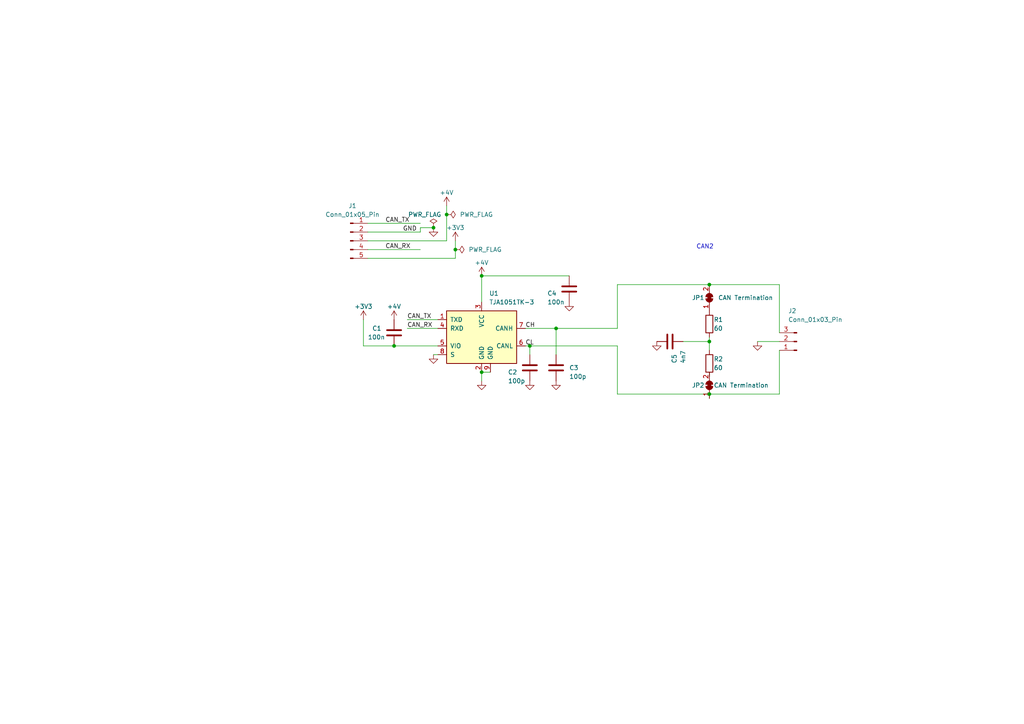
<source format=kicad_sch>
(kicad_sch (version 20230121) (generator eeschema)
  (paper "A4")
  (lib_symbols
    (symbol "Connector:Conn_01x03_Pin" (pin_names (offset 1.016) hide)
      (property "Reference" "J" (at 0 5.08 0))
      (property "Value" "Conn_01x03_Pin" (at 0 -5.08 0))
      (symbol "Conn_01x03_Pin_1_1"
        (polyline (pts (xy 1.27 -2.54) (xy 0.8636 -2.54)) (stroke (width 0.1524)))
        (polyline (pts (xy 1.27 0) (xy 0.8636 0)) (stroke (width 0.1524)))
        (polyline (pts (xy 1.27 2.54) (xy 0.8636 2.54)) (stroke (width 0.1524)))
        (rectangle (start 0.8636 -2.413) (end 0 -2.667) (stroke (width 0.1524)) (fill (type outline)))
        (rectangle (start 0.8636 0.127) (end 0 -0.127) (stroke (width 0.1524)) (fill (type outline)))
        (rectangle (start 0.8636 2.667) (end 0 2.413) (stroke (width 0.1524)) (fill (type outline)))
        (pin passive line (at 5.08 2.54 180) (length 3.81) (name "Pin_1") (number "1"))
        (pin passive line (at 5.08 0 180) (length 3.81) (name "Pin_2") (number "2"))
        (pin passive line (at 5.08 -2.54 180) (length 3.81) (name "Pin_3") (number "3"))
      )
    )
    (symbol "Connector:Conn_01x05_Pin" (pin_names (offset 1.016) hide)
      (property "Reference" "J" (at 0 7.62 0))
      (property "Value" "Conn_01x05_Pin" (at 0 -7.62 0))
      (symbol "Conn_01x05_Pin_1_1"
        (polyline (pts (xy 1.27 -5.08) (xy 0.8636 -5.08)) (stroke (width 0.1524)))
        (polyline (pts (xy 1.27 -2.54) (xy 0.8636 -2.54)) (stroke (width 0.1524)))
        (polyline (pts (xy 1.27 0) (xy 0.8636 0)) (stroke (width 0.1524)))
        (polyline (pts (xy 1.27 2.54) (xy 0.8636 2.54)) (stroke (width 0.1524)))
        (polyline (pts (xy 1.27 5.08) (xy 0.8636 5.08)) (stroke (width 0.1524)))
        (rectangle (start 0.8636 -4.953) (end 0 -5.207) (stroke (width 0.1524)) (fill (type outline)))
        (rectangle (start 0.8636 -2.413) (end 0 -2.667) (stroke (width 0.1524)) (fill (type outline)))
        (rectangle (start 0.8636 0.127) (end 0 -0.127) (stroke (width 0.1524)) (fill (type outline)))
        (rectangle (start 0.8636 2.667) (end 0 2.413) (stroke (width 0.1524)) (fill (type outline)))
        (rectangle (start 0.8636 5.207) (end 0 4.953) (stroke (width 0.1524)) (fill (type outline)))
        (pin passive line (at 5.08 5.08 180) (length 3.81) (name "Pin_1") (number "1"))
        (pin passive line (at 5.08 2.54 180) (length 3.81) (name "Pin_2") (number "2"))
        (pin passive line (at 5.08 0 180) (length 3.81) (name "Pin_3") (number "3"))
        (pin passive line (at 5.08 -2.54 180) (length 3.81) (name "Pin_4") (number "4"))
        (pin passive line (at 5.08 -5.08 180) (length 3.81) (name "Pin_5") (number "5"))
      )
    )
    (symbol "Device:C" (pin_numbers hide) (pin_names (offset 0.254))
      (property "Reference" "C" (at 0.635 2.54 0))
      (property "Value" "C" (at 0.635 -2.54 0))
      (symbol "C_0_1"
        (polyline (pts (xy -2.032 -0.762) (xy 2.032 -0.762)) (stroke (width 0.508)))
        (polyline (pts (xy -2.032 0.762) (xy 2.032 0.762)) (stroke (width 0.508)))
      )
      (symbol "C_1_1"
        (pin passive line (at 0 3.81 270) (length 2.794) (name "~") (number "1"))
        (pin passive line (at 0 -3.81 90) (length 2.794) (name "~") (number "2"))
      )
    )
    (symbol "Device:R" (pin_numbers hide) (pin_names (offset 0))
      (property "Reference" "R" (at 2.032 0 90))
      (property "Value" "R" (at 0 0 90))
      (symbol "R_0_1"
        (rectangle (start -1.016 -2.54) (end 1.016 2.54) (stroke (width 0.254)))
      )
      (symbol "R_1_1"
        (pin passive line (at 0 3.81 270) (length 1.27) (name "~") (number "1"))
        (pin passive line (at 0 -3.81 90) (length 1.27) (name "~") (number "2"))
      )
    )
    (symbol "GND_1" (power) (pin_names (offset 0))
      (property "Value" "GND_1" (at 0 -3.81 0))
      (symbol "GND_1_0_1"
        (polyline (pts (xy 0 0) (xy 0 -1.27) (xy 1.27 -1.27) (xy 0 -2.54) (xy -1.27 -1.27) (xy 0 -1.27)))
      )
      (symbol "GND_1_1_1"
        (pin power_in line (at 0 0 270) (length 0) hide (name "GND") (number "1"))
      )
    )
    (symbol "Interface_CAN_LIN:TJA1051TK-3" (pin_names (offset 1.016))
      (property "Reference" "U" (at -10.16 8.89 0))
      (property "Value" "TJA1051TK-3" (at 1.27 8.89 0))
      (symbol "TJA1051TK-3_0_1"
        (rectangle (start -10.16 7.62) (end 10.16 -7.62) (stroke (width 0.254)) (fill (type background)))
      )
      (symbol "TJA1051TK-3_1_1"
        (pin input line (at -12.7 5.08 0) (length 2.54) (name "TXD") (number "1"))
        (pin power_in line (at 0 -10.16 90) (length 2.54) (name "GND") (number "2"))
        (pin power_in line (at 0 10.16 270) (length 2.54) (name "VCC") (number "3"))
        (pin output line (at -12.7 2.54 0) (length 2.54) (name "RXD") (number "4"))
        (pin power_in line (at -12.7 -2.54 0) (length 2.54) (name "VIO") (number "5"))
        (pin bidirectional line (at 12.7 -2.54 180) (length 2.54) (name "CANL") (number "6"))
        (pin bidirectional line (at 12.7 2.54 180) (length 2.54) (name "CANH") (number "7"))
        (pin input line (at -12.7 -5.08 0) (length 2.54) (name "S") (number "8"))
        (pin power_in line (at 2.54 -10.16 90) (length 2.54) (name "GND") (number "9"))
      )
    )
    (symbol "Jumper:SolderJumper_2_Bridged" (pin_names (offset 0) hide)
      (property "Reference" "JP" (at 0 2.032 0))
      (property "Value" "SolderJumper_2_Bridged" (at 0 -2.54 0))
      (symbol "SolderJumper_2_Bridged_0_1"
        (rectangle (start -0.508 0.508) (end 0.508 -0.508) (fill (type outline)))
        (arc (start -0.254 1.016) (mid -1.2656 0) (end -0.254 -1.016))
        (arc (start -0.254 1.016) (mid -1.2656 0) (end -0.254 -1.016) (fill (type outline)))
        (polyline (pts (xy -0.254 1.016) (xy -0.254 -1.016)))
        (polyline (pts (xy 0.254 1.016) (xy 0.254 -1.016)))
        (arc (start 0.254 -1.016) (mid 1.2656 0) (end 0.254 1.016))
        (arc (start 0.254 -1.016) (mid 1.2656 0) (end 0.254 1.016) (fill (type outline)))
      )
      (symbol "SolderJumper_2_Bridged_1_1"
        (pin passive line (at -3.81 0 0) (length 2.54) (name "A") (number "1"))
        (pin passive line (at 3.81 0 180) (length 2.54) (name "B") (number "2"))
      )
    )
    (symbol "power:+3V3" (power) (pin_names (offset 0))
      (property "Value" "+3V3" (at 0 3.556 0))
      (symbol "+3V3_0_1"
        (polyline (pts (xy -0.762 1.27) (xy 0 2.54)))
        (polyline (pts (xy 0 0) (xy 0 2.54)))
        (polyline (pts (xy 0 2.54) (xy 0.762 1.27)))
      )
      (symbol "+3V3_1_1"
        (pin power_in line (at 0 0 90) (length 0) hide (name "+3V3") (number "1"))
      )
    )
    (symbol "power:+4V" (power) (pin_names (offset 0))
      (property "Value" "+4V" (at 0 3.556 0))
      (symbol "+4V_0_1"
        (polyline (pts (xy -0.762 1.27) (xy 0 2.54)))
        (polyline (pts (xy 0 0) (xy 0 2.54)))
        (polyline (pts (xy 0 2.54) (xy 0.762 1.27)))
      )
      (symbol "+4V_1_1"
        (pin power_in line (at 0 0 90) (length 0) hide (name "+4V") (number "1"))
      )
    )
    (symbol "power:PWR_FLAG" (power) (pin_numbers hide) (pin_names (offset 0) hide)
      (property "Value" "PWR_FLAG" (at 0 3.81 0))
      (symbol "PWR_FLAG_0_0"
        (pin power_out line (at 0 0 90) (length 0) (name "pwr") (number "1"))
      )
      (symbol "PWR_FLAG_0_1"
        (polyline (pts (xy 0 0) (xy 0 1.27) (xy -1.016 1.905) (xy 0 2.54) (xy 1.016 1.905) (xy 0 1.27)))
      )
    )
  )
  (junction (at 205.74 82.55))
  (junction (at 205.74 99.06))
  (junction (at 139.7 80.01))
  (junction (at 129.54 62.23))
  (junction (at 132.08 72.39))
  (junction (at 125.73 66.04))
  (junction (at 153.67 100.33))
  (junction (at 139.7 107.95))
  (junction (at 114.3 100.33))
  (junction (at 205.74 114.3))
  (junction (at 161.29 95.25))
  (wire (pts (xy 132.08 74.93) (xy 106.68 74.93)))
  (wire (pts (xy 105.41 92.71) (xy 105.41 100.33)))
  (wire (pts (xy 153.67 100.33) (xy 179.07 100.33)))
  (wire (pts (xy 139.7 107.95) (xy 142.24 107.95)))
  (wire (pts (xy 129.54 69.85) (xy 106.68 69.85)))
  (wire (pts (xy 118.11 95.25) (xy 127 95.25)))
  (wire (pts (xy 139.7 80.01) (xy 139.7 87.63)))
  (wire (pts (xy 226.06 82.55) (xy 226.06 96.52)))
  (wire (pts (xy 132.08 72.39) (xy 132.08 74.93)))
  (wire (pts (xy 139.7 110.49) (xy 139.7 107.95)))
  (wire (pts (xy 205.74 82.55) (xy 226.06 82.55)))
  (wire (pts (xy 132.08 69.85) (xy 132.08 72.39)))
  (wire (pts (xy 106.68 67.31) (xy 121.92 67.31)))
  (wire (pts (xy 205.74 114.3) (xy 226.06 114.3)))
  (wire (pts (xy 205.74 115.57) (xy 205.74 114.3)))
  (wire (pts (xy 152.4 95.25) (xy 161.29 95.25)))
  (wire (pts (xy 205.74 109.22) (xy 205.74 107.95)))
  (wire (pts (xy 153.67 100.33) (xy 153.67 102.87)))
  (wire (pts (xy 106.68 72.39) (xy 121.92 72.39)))
  (wire (pts (xy 129.54 59.69) (xy 129.54 62.23)))
  (wire (pts (xy 139.7 80.01) (xy 165.1 80.01)))
  (wire (pts (xy 205.74 99.06) (xy 205.74 101.6)))
  (wire (pts (xy 179.07 100.33) (xy 179.07 114.3)))
  (wire (pts (xy 219.71 99.06) (xy 226.06 99.06)))
  (wire (pts (xy 114.3 100.33) (xy 127 100.33)))
  (wire (pts (xy 105.41 100.33) (xy 114.3 100.33)))
  (wire (pts (xy 179.07 95.25) (xy 179.07 82.55)))
  (wire (pts (xy 226.06 114.3) (xy 226.06 101.6)))
  (wire (pts (xy 121.92 66.04) (xy 125.73 66.04)))
  (wire (pts (xy 125.73 102.87) (xy 127 102.87)))
  (wire (pts (xy 198.12 99.06) (xy 205.74 99.06)))
  (wire (pts (xy 118.11 92.71) (xy 127 92.71)))
  (wire (pts (xy 179.07 114.3) (xy 205.74 114.3)))
  (wire (pts (xy 121.92 67.31) (xy 121.92 66.04)))
  (wire (pts (xy 161.29 102.87) (xy 161.29 95.25)))
  (wire (pts (xy 161.29 95.25) (xy 179.07 95.25)))
  (wire (pts (xy 106.68 64.77) (xy 121.92 64.77)))
  (wire (pts (xy 152.4 100.33) (xy 153.67 100.33)))
  (wire (pts (xy 205.74 97.79) (xy 205.74 99.06)))
  (wire (pts (xy 129.54 62.23) (xy 129.54 69.85)))
  (wire (pts (xy 179.07 82.55) (xy 205.74 82.55)))
  (text "CAN2" (at 201.93 72.39 0) (effects (font (size 1.27 1.27)) (justify left bottom)))
  (label "CAN_TX" (at 111.76 64.77 0))
  (label "CAN_RX" (at 118.11 95.25 0))
  (label "CAN_RX" (at 111.76 72.39 0))
  (label "CL" (at 152.4 100.33 0))
  (label "GND" (at 116.84 67.31 0))
  (label "CH" (at 152.4 95.25 0))
  (label "CAN_TX" (at 118.11 92.71 0))
  (symbol (lib_id "power:PWR_FLAG") (at 125.73 66.04 0) (unit 1)
    (property "Reference" "#FLG03" (effects hide))
    (property "Value" "PWR_FLAG" (at 123.19 62.23 0))
  )
  (symbol (lib_id "Jumper:SolderJumper_2_Bridged") (at 205.74 86.36 90) (unit 1)
    (property "Reference" "JP1" (at 200.66 86.36 90) (effects (justify right)))
    (property "Value" "CAN Termination" (at 208.28 86.36 90) (effects (justify right)))
    (property "Footprint" "Jumper:SolderJumper-2_P1.3mm_Bridged_Pad1.0x1.5mm" (effects hide))
    (property "Note" "DNP" (effects hide))
  )
  (symbol (lib_id "Jumper:SolderJumper_2_Bridged") (at 205.74 111.76 90) (unit 1)
    (property "Reference" "JP2" (at 200.66 111.76 90) (effects (justify right)))
    (property "Value" "CAN Termination" (at 207.01 111.76 90) (effects (justify right)))
    (property "Footprint" "Jumper:SolderJumper-2_P1.3mm_Bridged_Pad1.0x1.5mm" (effects hide))
    (property "Note" "DNP" (effects hide))
  )
  (symbol (lib_name "GND_1") (lib_id "power:GND") (at 219.71 99.06 0) (unit 1)
    (property "Reference" "#PWR013" (effects hide))
    (property "Value" "GND" (effects hide))
  )
  (symbol (lib_name "GND_1") (lib_id "power:GND") (at 125.73 66.04 0) (unit 1)
    (property "Reference" "#PWR03" (effects hide))
    (property "Value" "GND" (effects hide))
  )
  (symbol (lib_id "Connector:Conn_01x05_Pin") (at 101.6 69.85 0) (unit 1)
    (property "Reference" "J1" (at 102.235 59.69 0))
    (property "Value" "Conn_01x05_Pin" (at 102.235 62.23 0))
    (property "Footprint" "Connector_PinHeader_2.54mm:PinHeader_1x05_P2.54mm_Vertical" (effects hide))
    (property "Note" "DNP" (effects hide))
  )
  (symbol (lib_id "Device:R") (at 205.74 93.98 0) (unit 1)
    (property "Reference" "R1" (at 207.01 92.71 0) (effects (justify left)))
    (property "Value" "60" (at 207.01 95.25 0) (effects (justify left)))
    (property "Footprint" "Resistor_SMD:R_0402_1005Metric" (effects hide))
    (property "Manufactorer" "YAGEO" (effects hide))
    (property "Part Number" "RC0402FR-0760R4L" (effects hide))
  )
  (symbol (lib_id "power:PWR_FLAG") (at 129.54 62.23 270) (unit 1)
    (property "Reference" "#FLG02" (effects hide))
    (property "Value" "PWR_FLAG" (at 133.35 62.23 90) (effects (justify left)))
  )
  (symbol (lib_id "Interface_CAN_LIN:TJA1051TK-3") (at 139.7 97.79 0) (unit 1)
    (property "Reference" "U1" (at 141.8941 85.09 0) (effects (justify left)))
    (property "Value" "TJA1051TK-3" (at 141.8941 87.63 0) (effects (justify left)))
    (property "Footprint" "Package_DFN_QFN:DFN-8-1EP_3x3mm_P0.65mm_EP1.55x2.4mm" (effects hide))
    (property "Datasheet" "http://www.nxp.com/docs/en/data-sheet/TJA1051.pdf" (effects hide))
    (property "Manufactorer" "NXP" (effects hide))
    (property "Part Number" "TJA1051TK/3,118" (effects hide))
  )
  (symbol (lib_id "power:+4V") (at 114.3 92.71 0) (unit 1)
    (property "Reference" "#PWR02" (effects hide))
    (property "Value" "+4V" (at 114.3 88.9 0))
  )
  (symbol (lib_id "power:+4V") (at 139.7 80.01 0) (unit 1)
    (property "Reference" "#PWR07" (effects hide))
    (property "Value" "+4V" (at 139.7 76.2 0))
  )
  (symbol (lib_id "Device:R") (at 205.74 105.41 0) (unit 1)
    (property "Reference" "R2" (at 207.01 104.14 0) (effects (justify left)))
    (property "Value" "60" (at 207.01 106.68 0) (effects (justify left)))
    (property "Footprint" "Resistor_SMD:R_0402_1005Metric" (effects hide))
    (property "Manufactorer" "YAGEO" (effects hide))
    (property "Part Number" "RC0402FR-0760R4L" (effects hide))
  )
  (symbol (lib_name "GND_1") (lib_id "power:GND") (at 153.67 110.49 0) (unit 1)
    (property "Reference" "#PWR09" (effects hide))
    (property "Value" "GND" (effects hide))
  )
  (symbol (lib_name "GND_1") (lib_id "power:GND") (at 139.7 110.49 0) (unit 1)
    (property "Reference" "#PWR08" (effects hide))
    (property "Value" "GND" (effects hide))
  )
  (symbol (lib_id "power:+3V3") (at 105.41 92.71 0) (unit 1)
    (property "Reference" "#PWR01" (effects hide))
    (property "Value" "+3V3" (at 105.41 88.9 0))
  )
  (symbol (lib_id "Device:C") (at 194.31 99.06 90) (unit 1)
    (property "Reference" "C5" (at 195.58 105.41 0) (effects (justify left)))
    (property "Value" "4n7" (at 198.12 105.41 0) (effects (justify left)))
    (property "Footprint" "Capacitor_SMD:C_0402_1005Metric" (effects hide))
    (property "Manufactorer" "YAGEO" (effects hide))
    (property "Part Number" "CC0402KRX7R8BB472" (effects hide))
    (property "Voltage" "16" (effects hide))
  )
  (symbol (lib_name "GND_1") (lib_id "power:GND") (at 161.29 110.49 0) (unit 1)
    (property "Reference" "#PWR010" (effects hide))
    (property "Value" "GND" (effects hide))
  )
  (symbol (lib_id "Device:C") (at 165.1 83.82 0) (unit 1)
    (property "Reference" "C4" (at 158.75 85.09 0) (effects (justify left)))
    (property "Value" "100n" (at 158.75 87.63 0) (effects (justify left)))
    (property "Footprint" "Capacitor_SMD:C_0402_1005Metric" (effects hide))
    (property "Manufactorer" "YAGEO" (effects hide))
    (property "Part Number" "CC0402KRX7R7BB104" (effects hide))
    (property "Voltage" "16" (effects hide))
  )
  (symbol (lib_id "Connector:Conn_01x03_Pin") (at 231.14 99.06 180) (unit 1)
    (property "Reference" "J2" (at 228.6 90.17 0) (effects (justify right)))
    (property "Value" "Conn_01x03_Pin" (at 228.6 92.71 0) (effects (justify right)))
    (property "Footprint" "Connector_PinHeader_2.54mm:PinHeader_1x03_P2.54mm_Vertical" (effects hide))
    (property "Note" "DNP" (effects hide))
  )
  (symbol (lib_id "power:+3V3") (at 132.08 69.85 0) (unit 1)
    (property "Reference" "#PWR06" (effects hide))
    (property "Value" "+3V3" (at 132.08 66.04 0))
  )
  (symbol (lib_name "GND_1") (lib_id "power:GND") (at 125.73 102.87 0) (unit 1)
    (property "Reference" "#PWR04" (effects hide))
    (property "Value" "GND" (effects hide))
  )
  (symbol (lib_id "power:+4V") (at 129.54 59.69 0) (unit 1)
    (property "Reference" "#PWR05" (effects hide))
    (property "Value" "+4V" (at 129.54 55.88 0))
  )
  (symbol (lib_id "Device:C") (at 153.67 106.68 0) (unit 1)
    (property "Reference" "C2" (at 147.32 107.95 0) (effects (justify left)))
    (property "Value" "100p" (at 147.32 110.49 0) (effects (justify left)))
    (property "Footprint" "Capacitor_SMD:C_0402_1005Metric" (effects hide))
    (property "Manufactorer" "YAGEO" (effects hide))
    (property "Part Number" "CC0402KRX7R7BB101" (effects hide))
    (property "Voltage" "16" (effects hide))
  )
  (symbol (lib_name "GND_1") (lib_id "power:GND") (at 165.1 87.63 0) (unit 1)
    (property "Reference" "#PWR011" (effects hide))
    (property "Value" "GND" (effects hide))
  )
  (symbol (lib_name "GND_1") (lib_id "power:GND") (at 190.5 99.06 0) (unit 1)
    (property "Reference" "#PWR012" (effects hide))
    (property "Value" "GND" (effects hide))
  )
  (symbol (lib_id "power:PWR_FLAG") (at 132.08 72.39 270) (unit 1)
    (property "Reference" "#FLG01" (effects hide))
    (property "Value" "PWR_FLAG" (at 135.89 72.39 90) (effects (justify left)))
  )
  (symbol (lib_id "Device:C") (at 161.29 106.68 0) (unit 1)
    (property "Reference" "C3" (at 165.1 106.68 0) (effects (justify left)))
    (property "Value" "100p" (at 165.1 109.22 0) (effects (justify left)))
    (property "Footprint" "Capacitor_SMD:C_0402_1005Metric" (effects hide))
    (property "Manufactorer" "YAGEO" (effects hide))
    (property "Part Number" "CC0402KRX7R7BB101" (effects hide))
    (property "Voltage" "16" (effects hide))
  )
  (symbol (lib_id "Device:C") (at 114.3 96.52 0) (unit 1)
    (property "Reference" "C1" (at 107.95 95.25 0) (effects (justify left)))
    (property "Value" "100n" (at 106.68 97.79 0) (effects (justify left)))
    (property "Footprint" "Capacitor_SMD:C_0402_1005Metric" (effects hide))
    (property "Manufactorer" "YAGEO" (effects hide))
    (property "Part Number" "CC0402KRX7R7BB104" (effects hide))
    (property "Voltage" "16" (effects hide))
  )
)
</source>
